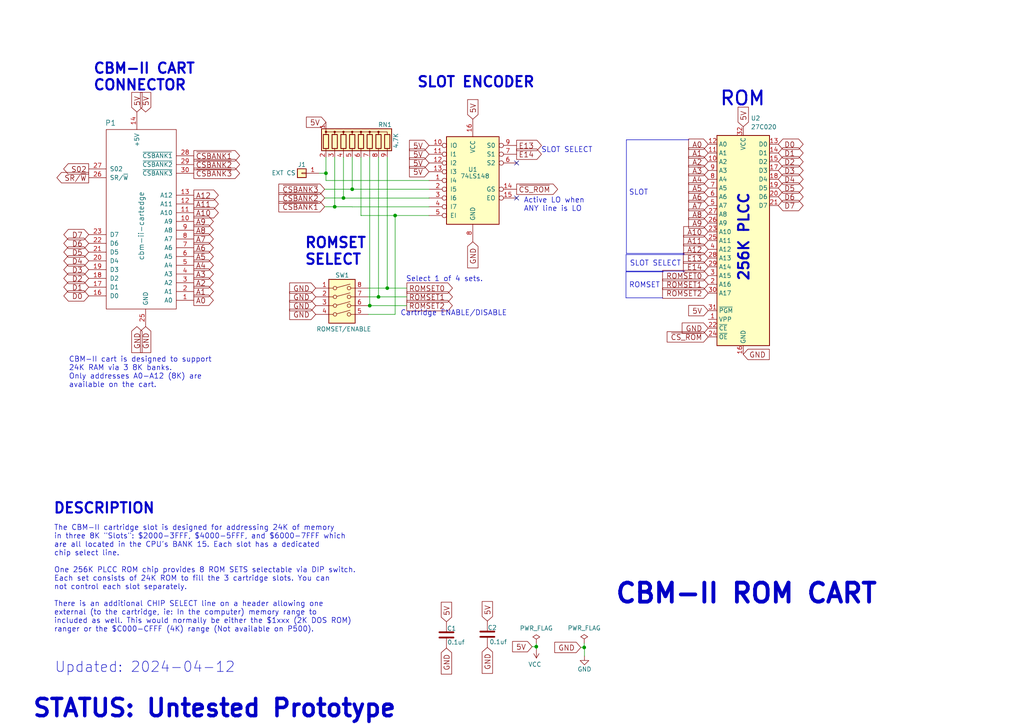
<source format=kicad_sch>
(kicad_sch (version 20230121) (generator eeschema)
  (paper "A4")
  (title_block (title "CBM-II ROM CART") (date "2024-04-10") (company "Steve J. Gray"))
  (lib_symbols
    (symbol "Connector_Generic:Conn_01x01" (pin_names (offset 1.016) hide)
      (property "Reference" "J" (at 0 2.54 0))
      (property "Value" "Conn_01x01" (at 0 -2.54 0))
      (symbol "Conn_01x01_1_1"
        (rectangle (start -1.27 0.127) (end 0 -0.127) (stroke (width 0.1524)))
        (rectangle (start -1.27 1.27) (end 1.27 -1.27) (stroke (width 0.254)) (fill (type background)))
        (pin passive line (at -5.08 0 0) (length 3.81) (name "Pin_1") (number "1"))
      )
    )
    (symbol "Device:C" (pin_numbers hide) (pin_names (offset 0.254))
      (property "Reference" "C" (at 0.635 2.54 0))
      (property "Value" "C" (at 0.635 -2.54 0))
      (symbol "C_0_1"
        (polyline (pts (xy -2.032 -0.762) (xy 2.032 -0.762)) (stroke (width 0.508)))
        (polyline (pts (xy -2.032 0.762) (xy 2.032 0.762)) (stroke (width 0.508)))
      )
      (symbol "C_1_1"
        (pin passive line (at 0 3.81 270) (length 2.794) (name "~") (number "1"))
        (pin passive line (at 0 -3.81 90) (length 2.794) (name "~") (number "2"))
      )
    )
    (symbol "Device:R_Network08" (pin_names (offset 0) hide)
      (property "Reference" "RN" (at -12.7 0 90))
      (property "Value" "R_Network08" (at 10.16 0 90))
      (symbol "R_Network08_0_1"
        (rectangle (start -11.43 -3.175) (end 8.89 3.175) (stroke (width 0.254)) (fill (type background)))
        (rectangle (start -10.922 1.524) (end -9.398 -2.54) (stroke (width 0.254)))
        (circle (center -10.16 2.286) (radius 0.254) (fill (type outline)))
        (rectangle (start -8.382 1.524) (end -6.858 -2.54) (stroke (width 0.254)))
        (circle (center -7.62 2.286) (radius 0.254) (fill (type outline)))
        (rectangle (start -5.842 1.524) (end -4.318 -2.54) (stroke (width 0.254)))
        (circle (center -5.08 2.286) (radius 0.254) (fill (type outline)))
        (rectangle (start -3.302 1.524) (end -1.778 -2.54) (stroke (width 0.254)))
        (circle (center -2.54 2.286) (radius 0.254) (fill (type outline)))
        (rectangle (start -0.762 1.524) (end 0.762 -2.54) (stroke (width 0.254)))
        (polyline (pts (xy -10.16 -2.54) (xy -10.16 -3.81)))
        (polyline (pts (xy -7.62 -2.54) (xy -7.62 -3.81)))
        (polyline (pts (xy -5.08 -2.54) (xy -5.08 -3.81)))
        (polyline (pts (xy -2.54 -2.54) (xy -2.54 -3.81)))
        (polyline (pts (xy 0 -2.54) (xy 0 -3.81)))
        (polyline (pts (xy 2.54 -2.54) (xy 2.54 -3.81)))
        (polyline (pts (xy 5.08 -2.54) (xy 5.08 -3.81)))
        (polyline (pts (xy 7.62 -2.54) (xy 7.62 -3.81)))
        (polyline (pts (xy -10.16 1.524) (xy -10.16 2.286) (xy -7.62 2.286) (xy -7.62 1.524)))
        (polyline (pts (xy -7.62 1.524) (xy -7.62 2.286) (xy -5.08 2.286) (xy -5.08 1.524)))
        (polyline (pts (xy -5.08 1.524) (xy -5.08 2.286) (xy -2.54 2.286) (xy -2.54 1.524)))
        (polyline (pts (xy -2.54 1.524) (xy -2.54 2.286) (xy 0 2.286) (xy 0 1.524)))
        (polyline (pts (xy 0 1.524) (xy 0 2.286) (xy 2.54 2.286) (xy 2.54 1.524)))
        (polyline (pts (xy 2.54 1.524) (xy 2.54 2.286) (xy 5.08 2.286) (xy 5.08 1.524)))
        (polyline (pts (xy 5.08 1.524) (xy 5.08 2.286) (xy 7.62 2.286) (xy 7.62 1.524)))
        (circle (center 0 2.286) (radius 0.254) (fill (type outline)))
        (rectangle (start 1.778 1.524) (end 3.302 -2.54) (stroke (width 0.254)))
        (circle (center 2.54 2.286) (radius 0.254) (fill (type outline)))
        (rectangle (start 4.318 1.524) (end 5.842 -2.54) (stroke (width 0.254)))
        (circle (center 5.08 2.286) (radius 0.254) (fill (type outline)))
        (rectangle (start 6.858 1.524) (end 8.382 -2.54) (stroke (width 0.254)))
      )
      (symbol "R_Network08_1_1"
        (pin passive line (at -10.16 5.08 270) (length 2.54) (name "common") (number "1"))
        (pin passive line (at -10.16 -5.08 90) (length 1.27) (name "R1") (number "2"))
        (pin passive line (at -7.62 -5.08 90) (length 1.27) (name "R2") (number "3"))
        (pin passive line (at -5.08 -5.08 90) (length 1.27) (name "R3") (number "4"))
        (pin passive line (at -2.54 -5.08 90) (length 1.27) (name "R4") (number "5"))
        (pin passive line (at 0 -5.08 90) (length 1.27) (name "R5") (number "6"))
        (pin passive line (at 2.54 -5.08 90) (length 1.27) (name "R6") (number "7"))
        (pin passive line (at 5.08 -5.08 90) (length 1.27) (name "R7") (number "8"))
        (pin passive line (at 7.62 -5.08 90) (length 1.27) (name "R8") (number "9"))
      )
    )
    (symbol "Memory_EPROM:27C020"
      (property "Reference" "U" (at -7.62 31.75 0))
      (property "Value" "27C020" (at 2.54 -31.75 0))
      (symbol "27C020_1_1"
        (rectangle (start -7.62 30.48) (end 7.62 -30.48) (stroke (width 0.254)) (fill (type background)))
        (pin input line (at -10.16 -22.86 0) (length 2.54) (name "VPP") (number "1"))
        (pin input line (at -10.16 22.86 0) (length 2.54) (name "A2") (number "10"))
        (pin input line (at -10.16 25.4 0) (length 2.54) (name "A1") (number "11"))
        (pin input line (at -10.16 27.94 0) (length 2.54) (name "A0") (number "12"))
        (pin tri_state line (at 10.16 27.94 180) (length 2.54) (name "D0") (number "13"))
        (pin tri_state line (at 10.16 25.4 180) (length 2.54) (name "D1") (number "14"))
        (pin tri_state line (at 10.16 22.86 180) (length 2.54) (name "D2") (number "15"))
        (pin power_in line (at 0 -33.02 90) (length 2.54) (name "GND") (number "16"))
        (pin tri_state line (at 10.16 20.32 180) (length 2.54) (name "D3") (number "17"))
        (pin tri_state line (at 10.16 17.78 180) (length 2.54) (name "D4") (number "18"))
        (pin tri_state line (at 10.16 15.24 180) (length 2.54) (name "D5") (number "19"))
        (pin input line (at -10.16 -12.7 0) (length 2.54) (name "A16") (number "2"))
        (pin tri_state line (at 10.16 12.7 180) (length 2.54) (name "D6") (number "20"))
        (pin tri_state line (at 10.16 10.16 180) (length 2.54) (name "D7") (number "21"))
        (pin input line (at -10.16 -25.4 0) (length 2.54) (name "~{CE}") (number "22"))
        (pin input line (at -10.16 2.54 0) (length 2.54) (name "A10") (number "23"))
        (pin input line (at -10.16 -27.94 0) (length 2.54) (name "~{OE}") (number "24"))
        (pin input line (at -10.16 0 0) (length 2.54) (name "A11") (number "25"))
        (pin input line (at -10.16 5.08 0) (length 2.54) (name "A9") (number "26"))
        (pin input line (at -10.16 7.62 0) (length 2.54) (name "A8") (number "27"))
        (pin input line (at -10.16 -5.08 0) (length 2.54) (name "A13") (number "28"))
        (pin input line (at -10.16 -7.62 0) (length 2.54) (name "A14") (number "29"))
        (pin input line (at -10.16 -10.16 0) (length 2.54) (name "A15") (number "3"))
        (pin input line (at -10.16 -15.24 0) (length 2.54) (name "A17") (number "30"))
        (pin input line (at -10.16 -20.32 0) (length 2.54) (name "~{PGM}") (number "31"))
        (pin power_in line (at 0 33.02 270) (length 2.54) (name "VCC") (number "32"))
        (pin input line (at -10.16 -2.54 0) (length 2.54) (name "A12") (number "4"))
        (pin input line (at -10.16 10.16 0) (length 2.54) (name "A7") (number "5"))
        (pin input line (at -10.16 12.7 0) (length 2.54) (name "A6") (number "6"))
        (pin input line (at -10.16 15.24 0) (length 2.54) (name "A5") (number "7"))
        (pin input line (at -10.16 17.78 0) (length 2.54) (name "A4") (number "8"))
        (pin input line (at -10.16 20.32 0) (length 2.54) (name "A3") (number "9"))
      )
    )
    (symbol "Switch:SW_DIP_x04" (pin_names (offset 0) hide)
      (property "Reference" "SW" (at 0 8.89 0))
      (property "Value" "SW_DIP_x04" (at 0 -6.35 0))
      (symbol "SW_DIP_x04_0_0"
        (circle (center -2.032 -2.54) (radius 0.508))
        (circle (center -2.032 0) (radius 0.508))
        (circle (center -2.032 2.54) (radius 0.508))
        (circle (center -2.032 5.08) (radius 0.508))
        (polyline (pts (xy -1.524 -2.3876) (xy 2.3622 -1.3462)))
        (polyline (pts (xy -1.524 0.127) (xy 2.3622 1.1684)))
        (polyline (pts (xy -1.524 2.667) (xy 2.3622 3.7084)))
        (polyline (pts (xy -1.524 5.207) (xy 2.3622 6.2484)))
        (circle (center 2.032 -2.54) (radius 0.508))
        (circle (center 2.032 0) (radius 0.508))
        (circle (center 2.032 2.54) (radius 0.508))
        (circle (center 2.032 5.08) (radius 0.508))
      )
      (symbol "SW_DIP_x04_0_1"
        (rectangle (start -3.81 7.62) (end 3.81 -5.08) (stroke (width 0.254)) (fill (type background)))
      )
      (symbol "SW_DIP_x04_1_1"
        (pin passive line (at -7.62 5.08 0) (length 5.08) (name "~") (number "1"))
        (pin passive line (at -7.62 2.54 0) (length 5.08) (name "~") (number "2"))
        (pin passive line (at -7.62 0 0) (length 5.08) (name "~") (number "3"))
        (pin passive line (at -7.62 -2.54 0) (length 5.08) (name "~") (number "4"))
        (pin passive line (at 7.62 -2.54 180) (length 5.08) (name "~") (number "5"))
        (pin passive line (at 7.62 0 180) (length 5.08) (name "~") (number "6"))
        (pin passive line (at 7.62 2.54 180) (length 5.08) (name "~") (number "7"))
        (pin passive line (at 7.62 5.08 180) (length 5.08) (name "~") (number "8"))
      )
    )
    (symbol "cbm2ramromcart-rescue:74LS148-74xx1" (pin_names (offset 1.016))
      (property "Reference" "U" (at -7.62 13.97 0))
      (property "Value" "74xx1:74LS148" (at -7.62 -13.97 0))
      (symbol "74LS148-74xx1_1_0"
        (pin input inverted (at -12.7 0 0) (length 5.08) (name "I4") (number "1"))
        (pin input inverted (at -12.7 10.16 0) (length 5.08) (name "IO") (number "10"))
        (pin input inverted (at -12.7 7.62 0) (length 5.08) (name "I1") (number "11"))
        (pin input inverted (at -12.7 5.08 0) (length 5.08) (name "I2") (number "12"))
        (pin input inverted (at -12.7 2.54 0) (length 5.08) (name "I3") (number "13"))
        (pin output inverted (at 12.7 -2.54 180) (length 5.08) (name "GS") (number "14"))
        (pin output inverted (at 12.7 -5.08 180) (length 5.08) (name "EO") (number "15"))
        (pin power_in line (at 0 17.78 270) (length 5.08) (name "VCC") (number "16"))
        (pin input inverted (at -12.7 -2.54 0) (length 5.08) (name "I5") (number "2"))
        (pin input inverted (at -12.7 -5.08 0) (length 5.08) (name "I6") (number "3"))
        (pin input inverted (at -12.7 -7.62 0) (length 5.08) (name "I7") (number "4"))
        (pin input inverted (at -12.7 -10.16 0) (length 5.08) (name "EI") (number "5"))
        (pin output inverted (at 12.7 5.08 180) (length 5.08) (name "S2") (number "6"))
        (pin output inverted (at 12.7 7.62 180) (length 5.08) (name "S1") (number "7"))
        (pin power_in line (at 0 -17.78 90) (length 5.08) (name "GND") (number "8"))
        (pin output inverted (at 12.7 10.16 180) (length 5.08) (name "S0") (number "9"))
      )
      (symbol "74LS148-74xx1_1_1"
        (rectangle (start -7.62 12.7) (end 7.62 -12.7) (stroke (width 0.254)) (fill (type background)))
      )
    )
    (symbol "cbm2ramromcart-rescue:GND-power1" (power) (pin_names (offset 0))
      (property "Value" "GND-power1" (at 0 -3.81 0))
      (symbol "GND-power1_0_1"
        (polyline (pts (xy 0 0) (xy 0 -1.27) (xy 1.27 -1.27) (xy 0 -2.54) (xy -1.27 -1.27) (xy 0 -1.27)))
      )
      (symbol "GND-power1_1_1"
        (pin power_in line (at 0 0 270) (length 0) hide (name "GND") (number "1"))
      )
    )
    (symbol "cbm2ramromcart-rescue:cbm-ii-cartedge-cbm-ii" (pin_names (offset 1.016))
      (property "Reference" "P" (at -8.89 26.67 0))
      (property "Value" "cbm-ii:cbm-ii-cartedge" (at 0 0 90))
      (symbol "cbm-ii-cartedge-cbm-ii_0_1"
        (rectangle (start -10.16 25.4) (end 10.16 -26.67))
      )
      (symbol "cbm-ii-cartedge-cbm-ii_1_1"
        (pin output line (at 15.24 -24.13 180) (length 5.08) (name "A0") (number "1"))
        (pin output line (at 15.24 -1.27 180) (length 5.08) (name "A9") (number "10"))
        (pin output line (at 15.24 1.27 180) (length 5.08) (name "A10") (number "11"))
        (pin output line (at 15.24 3.81 180) (length 5.08) (name "A11") (number "12"))
        (pin output line (at 15.24 6.35 180) (length 5.08) (name "A12") (number "13"))
        (pin power_in line (at -1.27 30.48 270) (length 5.08) (name "+5V") (number "14"))
        (pin power_in line (at 1.27 30.48 270) (length 5.08) hide (name "+5V") (number "15"))
        (pin output line (at -15.24 -22.86 0) (length 5.08) (name "D0") (number "16"))
        (pin output line (at -15.24 -20.32 0) (length 5.08) (name "D1") (number "17"))
        (pin output line (at -15.24 -17.78 0) (length 5.08) (name "D2") (number "18"))
        (pin output line (at -15.24 -15.24 0) (length 5.08) (name "D3") (number "19"))
        (pin output line (at 15.24 -21.59 180) (length 5.08) (name "A1") (number "2"))
        (pin output line (at -15.24 -12.7 0) (length 5.08) (name "D4") (number "20"))
        (pin output line (at -15.24 -10.16 0) (length 5.08) (name "D5") (number "21"))
        (pin output line (at -15.24 -7.62 0) (length 5.08) (name "D6") (number "22"))
        (pin output line (at -15.24 -5.08 0) (length 5.08) (name "D7") (number "23"))
        (pin power_in line (at -1.27 -31.75 90) (length 5.08) hide (name "GND") (number "24"))
        (pin power_in line (at 1.27 -31.75 90) (length 5.08) (name "GND") (number "25"))
        (pin output line (at -15.24 11.43 0) (length 5.08) (name "SR/~{W}") (number "26"))
        (pin output line (at -15.24 13.97 0) (length 5.08) (name "S02") (number "27"))
        (pin output line (at 15.24 17.78 180) (length 5.08) (name "~{CSBANK1}") (number "28"))
        (pin output line (at 15.24 15.24 180) (length 5.08) (name "~{CSBANK2}") (number "29"))
        (pin output line (at 15.24 -19.05 180) (length 5.08) (name "A2") (number "3"))
        (pin output line (at 15.24 12.7 180) (length 5.08) (name "~{CSBANK3}") (number "30"))
        (pin output line (at 15.24 -16.51 180) (length 5.08) (name "A3") (number "4"))
        (pin output line (at 15.24 -13.97 180) (length 5.08) (name "A4") (number "5"))
        (pin output line (at 15.24 -11.43 180) (length 5.08) (name "A5") (number "6"))
        (pin output line (at 15.24 -8.89 180) (length 5.08) (name "A6") (number "7"))
        (pin output line (at 15.24 -6.35 180) (length 5.08) (name "A7") (number "8"))
        (pin output line (at 15.24 -3.81 180) (length 5.08) (name "A8") (number "9"))
      )
    )
    (symbol "power:PWR_FLAG" (power) (pin_numbers hide) (pin_names (offset 0) hide)
      (property "Value" "PWR_FLAG" (at 0 3.81 0))
      (symbol "PWR_FLAG_0_0"
        (pin power_out line (at 0 0 90) (length 0) (name "pwr") (number "1"))
      )
      (symbol "PWR_FLAG_0_1"
        (polyline (pts (xy 0 0) (xy 0 1.27) (xy -1.016 1.905) (xy 0 2.54) (xy 1.016 1.905) (xy 0 1.27)))
      )
    )
    (symbol "power:VCC" (power) (pin_names (offset 0))
      (property "Value" "VCC" (at 0 3.81 0))
      (symbol "VCC_0_1"
        (polyline (pts (xy -0.762 1.27) (xy 0 2.54)))
        (polyline (pts (xy 0 0) (xy 0 2.54)))
        (polyline (pts (xy 0 2.54) (xy 0.762 1.27)))
      )
      (symbol "VCC_1_1"
        (pin power_in line (at 0 0 90) (length 0) hide (name "VCC") (number "1"))
      )
    )
  )
  (junction (at 107.2388 88.646))
  (junction (at 99.6188 57.4294))
  (junction (at 155.5496 187.5536))
  (junction (at 112.3188 83.566))
  (junction (at 97.0788 59.9694))
  (junction (at 114.6048 62.5094))
  (junction (at 109.7788 86.106))
  (junction (at 102.1588 54.8894))
  (junction (at 169.4434 187.7822))
  (junction (at 94.5388 50.2412))
  (no_connect (at 149.8346 57.4294))
  (no_connect (at 149.8346 47.2694))
  (wire (pts (xy 104.6988 62.484) (xy 104.6988 45.6184)))
  (polyline (pts (xy 181.5846 78.6384) (xy 181.5846 73.8378)))
  (polyline (pts (xy 181.6862 73.5076) (xy 181.6862 40.5384)))
  (wire (pts (xy 169.4434 186.5884) (xy 169.4434 187.7822)))
  (wire (pts (xy 107.2388 45.6184) (xy 107.2388 88.646)))
  (wire (pts (xy 94.5388 52.3494) (xy 94.5388 50.2412)))
  (wire (pts (xy 102.1588 45.6184) (xy 102.1588 54.8894)))
  (wire (pts (xy 107.2388 88.646) (xy 117.983 88.646)))
  (wire (pts (xy 97.0788 45.6184) (xy 97.0788 59.9694)))
  (wire (pts (xy 155.5496 187.5536) (xy 154.3304 187.5536)))
  (wire (pts (xy 106.807 83.566) (xy 112.3188 83.566)))
  (wire (pts (xy 114.6048 62.5094) (xy 124.4346 62.5094)))
  (wire (pts (xy 112.3188 45.6184) (xy 112.3188 83.566)))
  (wire (pts (xy 94.5388 45.6184) (xy 94.5388 50.2412)))
  (polyline (pts (xy 181.5592 86.3854) (xy 192.2272 86.3854)))
  (wire (pts (xy 104.7242 62.484) (xy 104.6988 62.484)))
  (wire (pts (xy 155.575 187.6044) (xy 155.575 188.3156)))
  (wire (pts (xy 109.7788 45.6184) (xy 109.7788 86.106)))
  (wire (pts (xy 106.807 91.186) (xy 114.6048 91.186)))
  (wire (pts (xy 109.7788 86.106) (xy 118.0084 86.106)))
  (wire (pts (xy 169.5196 187.7822) (xy 169.5196 190.2968)))
  (wire (pts (xy 112.3188 83.566) (xy 118.0084 83.566)))
  (polyline (pts (xy 181.5846 73.8378) (xy 198.501 73.8378)))
  (wire (pts (xy 94.1578 59.9694) (xy 97.0788 59.9694)))
  (wire (pts (xy 94.1578 54.8894) (xy 102.1588 54.8894)))
  (wire (pts (xy 106.807 88.646) (xy 107.2388 88.646)))
  (polyline (pts (xy 198.501 73.5076) (xy 181.6862 73.5076)))
  (wire (pts (xy 106.807 86.106) (xy 109.7788 86.106)))
  (wire (pts (xy 169.4434 187.7822) (xy 168.4528 187.7822)))
  (wire (pts (xy 99.6188 57.4294) (xy 99.6188 57.4548)))
  (wire (pts (xy 155.5496 187.5536) (xy 155.5496 187.6044)))
  (polyline (pts (xy 198.5518 78.6384) (xy 181.5846 78.6384)))
  (wire (pts (xy 124.4346 57.4548) (xy 124.4346 57.4294)))
  (wire (pts (xy 102.1588 59.9694) (xy 102.1588 59.9948)))
  (wire (pts (xy 94.1578 57.4294) (xy 99.6188 57.4294)))
  (wire (pts (xy 124.4346 52.3494) (xy 94.5388 52.3494)))
  (polyline (pts (xy 181.5592 78.8416) (xy 181.5592 86.3854)))
  (polyline (pts (xy 181.6862 40.5384) (xy 199.7964 40.5384)))
  (wire (pts (xy 97.0788 59.9694) (xy 102.1588 59.9694)))
  (wire (pts (xy 155.5496 186.6392) (xy 155.5496 187.5536)))
  (wire (pts (xy 102.1588 54.8894) (xy 124.4346 54.8894)))
  (wire (pts (xy 99.6188 45.6184) (xy 99.6188 57.4294)))
  (wire (pts (xy 124.4346 59.9948) (xy 124.4346 59.9694)))
  (wire (pts (xy 169.5196 187.7822) (xy 169.4434 187.7822)))
  (wire (pts (xy 102.1588 59.9948) (xy 124.4346 59.9948)))
  (wire (pts (xy 114.6048 91.186) (xy 114.6048 62.5094)))
  (wire (pts (xy 92.6084 50.2412) (xy 94.5388 50.2412)))
  (wire (pts (xy 104.7242 62.484) (xy 104.7242 62.5094)))
  (wire (pts (xy 155.575 187.6044) (xy 155.5496 187.6044)))
  (wire (pts (xy 99.6188 57.4548) (xy 124.4346 57.4548)))
  (polyline (pts (xy 192.4304 78.8416) (xy 181.61 78.8416)))
  (wire (pts (xy 104.7242 62.5094) (xy 114.6048 62.5094)))
  (text "Select 1 of 4 sets.\n" (at 117.729 81.8896 0) (effects (font (size 1.524 1.524)) (justify left bottom)))
  (text "DESCRIPTION" (at 15.3416 149.3012 0) (effects (font (size 2.9972 2.9972) (thickness 0.5994) bold) (justify left bottom)))
  (text "CBM-II CART\nCONNECTOR" (at 26.8986 26.5938 0) (effects (font (size 2.9972 2.9972) (thickness 0.5994) bold) (justify left bottom)))
  (text "ROM" (at 208.6102 31.0388 0) (effects (font (size 4 4) (thickness 0.5994) bold) (justify left bottom)))
  (text "SLOT ENCODER" (at 120.8024 25.7048 0) (effects (font (size 2.9972 2.9972) (thickness 0.5994) bold) (justify left bottom)))
  (text "SLOT SELECT" (at 197.5612 77.3684 0) (effects (font (size 1.524 1.524)) (justify right bottom)))
  (text "SLOT" (at 188.0362 56.7944 0) (effects (font (size 1.524 1.524)) (justify right bottom)))
  (text "The CBM-II cartridge slot is designed for addressing 24K of memory\nin three 8K \"Slots\": $2000-3FFF, $4000-5FFF, and $6000-7FFF which\nare all located in the CPU's BANK 15. Each slot has a dedicated\nchip select line.\n\nOne 256K PLCC ROM chip provides 8 ROM SETS selectable via DIP switch.\nEach set consists of 24K ROM to fill the 3 cartridge slots. You can\nnot control each slot separately.\n\nThere is an additional CHIP SELECT line on a header allowing one\nexternal (to the cartridge, ie: In the computer) memory range to\nincluded as well. This would normally be either the $1xxx (2K DOS ROM)\nranger or the $C000-CFFF (4K) range (Not available on P500)." (at 15.6464 183.4896 0) (effects (font (size 1.524 1.524)) (justify left bottom)))
  (text "SLOT SELECT" (at 156.972 44.45 0) (effects (font (size 1.524 1.524)) (justify left bottom)))
  (text "CBM-II cart is designed to support\n24K RAM via 3 8K banks.\nOnly addresses A0-A12 (8K) are\navailable on the cart." (at 19.939 112.5982 0) (effects (font (size 1.524 1.524)) (justify left bottom)))
  (text "Active LO when\nANY line is LO" (at 151.892 61.5188 0) (effects (font (size 1.524 1.524)) (justify left bottom)))
  (text "ROMSET\nSELECT" (at 88.2396 77.1652 0) (effects (font (size 2.9972 2.9972) (thickness 0.5994) bold) (justify left bottom)))
  (text "Updated: 2024-04-12" (at 15.7988 195.3768 0) (effects (font (size 3 3)) (justify left bottom)))
  (text "CBM-II ROM CART" (at 178.1048 175.4886 0) (effects (font (size 5.5118 5.5118) (thickness 1.1024) bold) (justify left bottom)))
  (text "Cartridge ENABLE/DISABLE\n" (at 116.1288 91.7702 0) (effects (font (size 1.524 1.524)) (justify left bottom)))
  (text "ROMSET" (at 191.4652 83.6676 0) (effects (font (size 1.524 1.524)) (justify right bottom)))
  (text "256K PLCC" (at 217.4748 81.8642 90) (effects (font (size 2.9972 2.9972) (thickness 0.5994) bold) (justify left bottom)))
  (text "STATUS: Untested Prototype" (at 9.144 208.4832 0) (effects (font (size 5.0038 5.0038) (thickness 1.0008) bold) (justify left bottom)))
  (global_label "ROMSET1" (shape input) (at 205.4098 82.4738 180) (effects (font (size 1.524 1.524))) (property "Intersheetrefs" "${INTERSHEET_REFS}" (effects hide)))
  (global_label "5V" (shape input) (at 205.4098 90.0938 180) (effects (font (size 1.524 1.524))) (property "Intersheetrefs" "${INTERSHEET_REFS}" (effects hide)))
  (global_label "D4" (shape bidirectional) (at 25.7302 75.6666 180) (effects (font (size 1.524 1.524))) (property "Intersheetrefs" "${INTERSHEET_REFS}" (effects hide)))
  (global_label "GND" (shape input) (at 137.1346 70.1294 270) (effects (font (size 1.524 1.524))) (property "Intersheetrefs" "${INTERSHEET_REFS}" (effects hide)))
  (global_label "A12" (shape input) (at 205.4098 72.3138 180) (effects (font (size 1.524 1.524))) (property "Intersheetrefs" "${INTERSHEET_REFS}" (effects hide)))
  (global_label "GND" (shape input) (at 141.351 187.7568 270) (effects (font (size 1.524 1.524))) (property "Intersheetrefs" "${INTERSHEET_REFS}" (effects hide)))
  (global_label "~{CSBANK3}" (shape output) (at 56.2102 50.2666 0) (effects (font (size 1.524 1.524))) (property "Intersheetrefs" "${INTERSHEET_REFS}" (effects hide)))
  (global_label "E13" (shape input) (at 205.4098 74.8538 180) (effects (font (size 1.524 1.524))) (property "Intersheetrefs" "${INTERSHEET_REFS}" (effects hide)))
  (global_label "5V" (shape input) (at 215.5698 36.7538 90) (effects (font (size 1.524 1.524))) (property "Intersheetrefs" "${INTERSHEET_REFS}" (effects hide)))
  (global_label "A10" (shape output) (at 56.2102 61.6966 0) (effects (font (size 1.524 1.524))) (property "Intersheetrefs" "${INTERSHEET_REFS}" (effects hide)))
  (global_label "A12" (shape output) (at 56.2102 56.6166 0) (effects (font (size 1.524 1.524))) (property "Intersheetrefs" "${INTERSHEET_REFS}" (effects hide)))
  (global_label "GND" (shape input) (at 91.567 91.186 180) (effects (font (size 1.524 1.524))) (property "Intersheetrefs" "${INTERSHEET_REFS}" (effects hide)))
  (global_label "5V" (shape input) (at 129.4892 180.34 90) (effects (font (size 1.524 1.524))) (property "Intersheetrefs" "${INTERSHEET_REFS}" (effects hide)))
  (global_label "A9" (shape output) (at 56.2102 64.2366 0) (effects (font (size 1.524 1.524))) (property "Intersheetrefs" "${INTERSHEET_REFS}" (effects hide)))
  (global_label "A0" (shape input) (at 205.4098 41.8338 180) (effects (font (size 1.524 1.524))) (property "Intersheetrefs" "${INTERSHEET_REFS}" (effects hide)))
  (global_label "S02" (shape output) (at 25.7302 48.9966 180) (effects (font (size 1.524 1.524))) (property "Intersheetrefs" "${INTERSHEET_REFS}" (effects hide)))
  (global_label "A7" (shape output) (at 56.2102 69.3166 0) (effects (font (size 1.524 1.524))) (property "Intersheetrefs" "${INTERSHEET_REFS}" (effects hide)))
  (global_label "A2" (shape input) (at 205.4098 46.9138 180) (effects (font (size 1.524 1.524))) (property "Intersheetrefs" "${INTERSHEET_REFS}" (effects hide)))
  (global_label "GND" (shape input) (at 91.567 83.566 180) (effects (font (size 1.524 1.524))) (property "Intersheetrefs" "${INTERSHEET_REFS}" (effects hide)))
  (global_label "D2" (shape bidirectional) (at 25.7302 80.7466 180) (effects (font (size 1.524 1.524))) (property "Intersheetrefs" "${INTERSHEET_REFS}" (effects hide)))
  (global_label "5V" (shape input) (at 42.2402 32.4866 90) (effects (font (size 1.524 1.524))) (property "Intersheetrefs" "${INTERSHEET_REFS}" (effects hide)))
  (global_label "SR/~{W}" (shape output) (at 25.7302 51.5366 180) (effects (font (size 1.524 1.524))) (property "Intersheetrefs" "${INTERSHEET_REFS}" (effects hide)))
  (global_label "D7" (shape bidirectional) (at 225.7298 59.6138 0) (effects (font (size 1.524 1.524))) (property "Intersheetrefs" "${INTERSHEET_REFS}" (effects hide)))
  (global_label "~{CSBANK3}" (shape input) (at 94.1578 54.8894 180) (effects (font (size 1.524 1.524))) (property "Intersheetrefs" "${INTERSHEET_REFS}" (effects hide)))
  (global_label "~{CS_ROM}" (shape output) (at 149.8346 54.8894 0) (effects (font (size 1.524 1.524))) (property "Intersheetrefs" "${INTERSHEET_REFS}" (effects hide)))
  (global_label "~{CSBANK2}" (shape output) (at 56.2102 47.7266 0) (effects (font (size 1.524 1.524))) (property "Intersheetrefs" "${INTERSHEET_REFS}" (effects hide)))
  (global_label "5V" (shape input) (at 154.3304 187.5536 180) (effects (font (size 1.524 1.524))) (property "Intersheetrefs" "${INTERSHEET_REFS}" (effects hide)))
  (global_label "A11" (shape input) (at 205.4098 69.7738 180) (effects (font (size 1.524 1.524))) (property "Intersheetrefs" "${INTERSHEET_REFS}" (effects hide)))
  (global_label "A4" (shape output) (at 56.2102 76.9366 0) (effects (font (size 1.524 1.524))) (property "Intersheetrefs" "${INTERSHEET_REFS}" (effects hide)))
  (global_label "A0" (shape output) (at 56.2102 87.0966 0) (effects (font (size 1.524 1.524))) (property "Intersheetrefs" "${INTERSHEET_REFS}" (effects hide)))
  (global_label "5V" (shape input) (at 141.351 180.1368 90) (effects (font (size 1.524 1.524))) (property "Intersheetrefs" "${INTERSHEET_REFS}" (effects hide)))
  (global_label "A4" (shape input) (at 205.4098 51.9938 180) (effects (font (size 1.524 1.524))) (property "Intersheetrefs" "${INTERSHEET_REFS}" (effects hide)))
  (global_label "D2" (shape bidirectional) (at 225.7298 46.9138 0) (effects (font (size 1.524 1.524))) (property "Intersheetrefs" "${INTERSHEET_REFS}" (effects hide)))
  (global_label "D0" (shape bidirectional) (at 225.7298 41.8338 0) (effects (font (size 1.524 1.524))) (property "Intersheetrefs" "${INTERSHEET_REFS}" (effects hide)))
  (global_label "D7" (shape bidirectional) (at 25.7302 68.0466 180) (effects (font (size 1.524 1.524))) (property "Intersheetrefs" "${INTERSHEET_REFS}" (effects hide)))
  (global_label "D1" (shape bidirectional) (at 225.7298 44.3738 0) (effects (font (size 1.524 1.524))) (property "Intersheetrefs" "${INTERSHEET_REFS}" (effects hide)))
  (global_label "5V" (shape input) (at 124.4346 42.1894 180) (effects (font (size 1.524 1.524))) (property "Intersheetrefs" "${INTERSHEET_REFS}" (effects hide)))
  (global_label "A2" (shape output) (at 56.2102 82.0166 0) (effects (font (size 1.524 1.524))) (property "Intersheetrefs" "${INTERSHEET_REFS}" (effects hide)))
  (global_label "A7" (shape input) (at 205.4098 59.6138 180) (effects (font (size 1.524 1.524))) (property "Intersheetrefs" "${INTERSHEET_REFS}" (effects hide)))
  (global_label "5V" (shape input) (at 124.4346 49.8094 180) (effects (font (size 1.524 1.524))) (property "Intersheetrefs" "${INTERSHEET_REFS}" (effects hide)))
  (global_label "A3" (shape output) (at 56.2102 79.4766 0) (effects (font (size 1.524 1.524))) (property "Intersheetrefs" "${INTERSHEET_REFS}" (effects hide)))
  (global_label "A6" (shape input) (at 205.4098 57.0738 180) (effects (font (size 1.524 1.524))) (property "Intersheetrefs" "${INTERSHEET_REFS}" (effects hide)))
  (global_label "GND" (shape input) (at 168.4528 187.7822 180) (effects (font (size 1.524 1.524))) (property "Intersheetrefs" "${INTERSHEET_REFS}" (effects hide)))
  (global_label "A5" (shape output) (at 56.2102 74.3966 0) (effects (font (size 1.524 1.524))) (property "Intersheetrefs" "${INTERSHEET_REFS}" (effects hide)))
  (global_label "~{CS_ROM}" (shape input) (at 205.4098 97.7138 180) (effects (font (size 1.524 1.524))) (property "Intersheetrefs" "${INTERSHEET_REFS}" (effects hide)))
  (global_label "5V" (shape input) (at 137.1346 34.5694 90) (effects (font (size 1.524 1.524))) (property "Intersheetrefs" "${INTERSHEET_REFS}" (effects hide)))
  (global_label "E14" (shape output) (at 149.8346 44.7294 0) (effects (font (size 1.524 1.524))) (property "Intersheetrefs" "${INTERSHEET_REFS}" (effects hide)))
  (global_label "GND" (shape input) (at 129.4892 187.96 270) (effects (font (size 1.524 1.524))) (property "Intersheetrefs" "${INTERSHEET_REFS}" (effects hide)))
  (global_label "A9" (shape input) (at 205.4098 64.6938 180) (effects (font (size 1.524 1.524))) (property "Intersheetrefs" "${INTERSHEET_REFS}" (effects hide)))
  (global_label "GND" (shape input) (at 91.567 86.106 180) (effects (font (size 1.524 1.524))) (property "Intersheetrefs" "${INTERSHEET_REFS}" (effects hide)))
  (global_label "5V" (shape input) (at 124.4346 44.7294 180) (effects (font (size 1.524 1.524))) (property "Intersheetrefs" "${INTERSHEET_REFS}" (effects hide)))
  (global_label "ROMSET0" (shape output) (at 118.0084 83.566 0) (effects (font (size 1.524 1.524))) (property "Intersheetrefs" "${INTERSHEET_REFS}" (effects hide)))
  (global_label "D0" (shape bidirectional) (at 25.7302 85.8266 180) (effects (font (size 1.524 1.524))) (property "Intersheetrefs" "${INTERSHEET_REFS}" (effects hide)))
  (global_label "A8" (shape input) (at 205.4098 62.1538 180) (effects (font (size 1.524 1.524))) (property "Intersheetrefs" "${INTERSHEET_REFS}" (effects hide)))
  (global_label "A3" (shape input) (at 205.4098 49.4538 180) (effects (font (size 1.524 1.524))) (property "Intersheetrefs" "${INTERSHEET_REFS}" (effects hide)))
  (global_label "D5" (shape bidirectional) (at 225.7298 54.5338 0) (effects (font (size 1.524 1.524))) (property "Intersheetrefs" "${INTERSHEET_REFS}" (effects hide)))
  (global_label "~{CSBANK2}" (shape input) (at 94.1578 57.4294 180) (effects (font (size 1.524 1.524))) (property "Intersheetrefs" "${INTERSHEET_REFS}" (effects hide)))
  (global_label "GND" (shape input) (at 215.5698 102.7938 0) (effects (font (size 1.524 1.524))) (property "Intersheetrefs" "${INTERSHEET_REFS}" (effects hide)))
  (global_label "E13" (shape output) (at 149.8346 42.1894 0) (effects (font (size 1.524 1.524))) (property "Intersheetrefs" "${INTERSHEET_REFS}" (effects hide)))
  (global_label "D3" (shape bidirectional) (at 225.7298 49.4538 0) (effects (font (size 1.524 1.524))) (property "Intersheetrefs" "${INTERSHEET_REFS}" (effects hide)))
  (global_label "~{CSBANK1}" (shape output) (at 56.2102 45.1866 0) (effects (font (size 1.524 1.524))) (property "Intersheetrefs" "${INTERSHEET_REFS}" (effects hide)))
  (global_label "GND" (shape input) (at 91.567 88.646 180) (effects (font (size 1.524 1.524))) (property "Intersheetrefs" "${INTERSHEET_REFS}" (effects hide)))
  (global_label "GND" (shape input) (at 39.7002 94.7166 270) (effects (font (size 1.524 1.524))) (property "Intersheetrefs" "${INTERSHEET_REFS}" (effects hide)))
  (global_label "A1" (shape input) (at 205.4098 44.3738 180) (effects (font (size 1.524 1.524))) (property "Intersheetrefs" "${INTERSHEET_REFS}" (effects hide)))
  (global_label "~{CSBANK1}" (shape input) (at 94.1578 59.9694 180) (effects (font (size 1.524 1.524))) (property "Intersheetrefs" "${INTERSHEET_REFS}" (effects hide)))
  (global_label "GND" (shape input) (at 205.4098 95.1738 180) (effects (font (size 1.524 1.524))) (property "Intersheetrefs" "${INTERSHEET_REFS}" (effects hide)))
  (global_label "5V" (shape input) (at 124.4346 47.2694 180) (effects (font (size 1.524 1.524))) (property "Intersheetrefs" "${INTERSHEET_REFS}" (effects hide)))
  (global_label "E14" (shape input) (at 205.4098 77.3938 180) (effects (font (size 1.524 1.524))) (property "Intersheetrefs" "${INTERSHEET_REFS}" (effects hide)))
  (global_label "A11" (shape output) (at 56.2102 59.1566 0) (effects (font (size 1.524 1.524))) (property "Intersheetrefs" "${INTERSHEET_REFS}" (effects hide)))
  (global_label "A6" (shape output) (at 56.2102 71.8566 0) (effects (font (size 1.524 1.524))) (property "Intersheetrefs" "${INTERSHEET_REFS}" (effects hide)))
  (global_label "ROMSET0" (shape input) (at 205.4098 79.9338 180) (effects (font (size 1.524 1.524))) (property "Intersheetrefs" "${INTERSHEET_REFS}" (effects hide)))
  (global_label "ROMSET1" (shape output) (at 118.0084 86.106 0) (effects (font (size 1.524 1.524))) (property "Intersheetrefs" "${INTERSHEET_REFS}" (effects hide)))
  (global_label "D1" (shape bidirectional) (at 25.7302 83.2866 180) (effects (font (size 1.524 1.524))) (property "Intersheetrefs" "${INTERSHEET_REFS}" (effects hide)))
  (global_label "A10" (shape input) (at 205.4098 67.2338 180) (effects (font (size 1.524 1.524))) (property "Intersheetrefs" "${INTERSHEET_REFS}" (effects hide)))
  (global_label "ROMSET2" (shape output) (at 117.983 88.646 0) (effects (font (size 1.524 1.524))) (property "Intersheetrefs" "${INTERSHEET_REFS}" (effects hide)))
  (global_label "A8" (shape output) (at 56.2102 66.7766 0) (effects (font (size 1.524 1.524))) (property "Intersheetrefs" "${INTERSHEET_REFS}" (effects hide)))
  (global_label "D3" (shape bidirectional) (at 25.7302 78.2066 180) (effects (font (size 1.524 1.524))) (property "Intersheetrefs" "${INTERSHEET_REFS}" (effects hide)))
  (global_label "5V" (shape input) (at 94.5388 35.4584 180) (effects (font (size 1.524 1.524))) (property "Intersheetrefs" "${INTERSHEET_REFS}" (effects hide)))
  (global_label "D4" (shape bidirectional) (at 225.7298 51.9938 0) (effects (font (size 1.524 1.524))) (property "Intersheetrefs" "${INTERSHEET_REFS}" (effects hide)))
  (global_label "D6" (shape bidirectional) (at 25.7302 70.5866 180) (effects (font (size 1.524 1.524))) (property "Intersheetrefs" "${INTERSHEET_REFS}" (effects hide)))
  (global_label "A5" (shape input) (at 205.4098 54.5338 180) (effects (font (size 1.524 1.524))) (property "Intersheetrefs" "${INTERSHEET_REFS}" (effects hide)))
  (global_label "A1" (shape output) (at 56.2102 84.5566 0) (effects (font (size 1.524 1.524))) (property "Intersheetrefs" "${INTERSHEET_REFS}" (effects hide)))
  (global_label "5V" (shape input) (at 39.7002 32.4866 90) (effects (font (size 1.524 1.524))) (property "Intersheetrefs" "${INTERSHEET_REFS}" (effects hide)))
  (global_label "D5" (shape bidirectional) (at 25.7302 73.1266 180) (effects (font (size 1.524 1.524))) (property "Intersheetrefs" "${INTERSHEET_REFS}" (effects hide)))
  (global_label "D6" (shape bidirectional) (at 225.7298 57.0738 0) (effects (font (size 1.524 1.524))) (property "Intersheetrefs" "${INTERSHEET_REFS}" (effects hide)))
  (global_label "GND" (shape input) (at 42.2402 94.7166 270) (effects (font (size 1.524 1.524))) (property "Intersheetrefs" "${INTERSHEET_REFS}" (effects hide)))
  (global_label "ROMSET2" (shape input) (at 205.4098 85.0138 180) (effects (font (size 1.524 1.524))) (property "Intersheetrefs" "${INTERSHEET_REFS}" (effects hide)))
  (symbol (lib_id "cbm2ramromcart-rescue:74LS148-74xx1") (at 137.1346 52.3494 0) (unit 1)
    (property "Reference" "U1" (at 137.1346 49.1744 0))
    (property "Value" "74LS148" (at 137.7696 51.0794 0))
    (property "Footprint" "Package_DIP:DIP-16_W7.62mm_LongPads" (effects hide))
  )
  (symbol (lib_id "power:PWR_FLAG") (at 169.4434 186.5884 0) (unit 1)
    (property "Reference" "#FLG01" (effects hide))
    (property "Value" "PWR_FLAG" (at 169.4434 182.1688 0))
  )
  (symbol (lib_id "cbm2ramromcart-rescue:GND-power1") (at 169.5196 190.2968 0) (unit 1)
    (property "Reference" "#PWR02" (effects hide))
    (property "Value" "GND" (at 169.5196 194.1068 0))
  )
  (symbol (lib_id "power:PWR_FLAG") (at 155.5496 186.6392 0) (unit 1)
    (property "Reference" "#FLG02" (effects hide))
    (property "Value" "PWR_FLAG" (at 155.5496 182.2196 0))
  )
  (symbol (lib_id "power:VCC") (at 155.575 188.3156 180) (unit 1)
    (property "Reference" "#PWR01" (effects hide))
    (property "Value" "VCC" (at 155.1178 192.7098 0))
  )
  (symbol (lib_id "cbm2ramromcart-rescue:cbm-ii-cartedge-cbm-ii") (at 40.9702 62.9666 0) (unit 1)
    (property "Reference" "P1" (at 32.0802 35.6616 0) (effects (font (size 1.524 1.524))))
    (property "Value" "cbm-ii-cartedge" (at 40.9702 65.5066 90) (effects (font (size 1.524 1.524))))
    (property "Footprint" "footprint:CBM2-Cart-Edge" (effects hide))
  )
  (symbol (lib_id "Connector_Generic:Conn_01x01") (at 87.5284 50.2412 180) (unit 1)
    (property "Reference" "J1" (at 87.5538 47.752 0))
    (property "Value" "EXT CS" (at 82.2706 50.165 0))
    (property "Footprint" "Connector_PinHeader_2.54mm:PinHeader_1x01_P2.54mm_Vertical" (effects hide))
  )
  (symbol (lib_id "Switch:SW_DIP_x04") (at 99.187 88.646 0) (unit 1)
    (property "Reference" "SW1" (at 99.2632 79.8322 0))
    (property "Value" "ROMSET/ENABLE" (at 99.7204 95.4532 0))
    (property "Footprint" "Button_Switch_THT:SW_DIP_SPSTx04_Piano_10.8x11.72mm_W7.62mm_P2.54mm" (effects hide))
  )
  (symbol (lib_id "Memory_EPROM:27C020") (at 215.5698 69.7738 0) (unit 1)
    (property "Reference" "U2" (at 217.7639 34.29 0) (effects (justify left)))
    (property "Value" "27C020" (at 217.7639 36.83 0) (effects (justify left)))
    (property "Footprint" "Package_LCC:PLCC-32_THT-Socket" (effects hide))
    (property "Datasheet" "http://ww1.microchip.com/downloads/en/devicedoc/doc0570.pdf" (effects hide))
  )
  (symbol (lib_id "Device:R_Network08") (at 104.6988 40.5384 0) (unit 1)
    (property "Reference" "RN1" (at 109.6518 36.1696 0) (effects (justify left)))
    (property "Value" "4.7K" (at 114.8334 43.053 90) (effects (justify left)))
    (property "Footprint" "Resistor_THT:R_Array_SIP9" (effects hide))
    (property "Datasheet" "http://www.vishay.com/docs/31509/csc.pdf" (effects hide))
  )
  (symbol (lib_id "Device:C") (at 141.351 183.9468 0) (unit 1)
    (property "Reference" "C2" (at 141.4272 182.0418 0) (effects (justify left)))
    (property "Value" "0.1uf" (at 141.9606 186.182 0) (effects (justify left)))
    (property "Footprint" "Capacitor_THT:C_Disc_D3.4mm_W2.1mm_P2.50mm" (effects hide))
  )
  (symbol (lib_id "Device:C") (at 129.4892 184.15 0) (unit 1)
    (property "Reference" "C1" (at 129.6416 182.2704 0) (effects (justify left)))
    (property "Value" "0.1uf" (at 129.7178 186.2836 0) (effects (justify left)))
    (property "Footprint" "Capacitor_THT:C_Disc_D3.4mm_W2.1mm_P2.50mm" (effects hide))
  )
)
</source>
